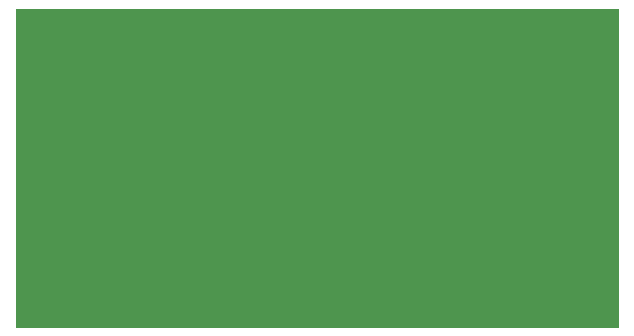
<source format=gbr>
%TF.GenerationSoftware,KiCad,Pcbnew,5.1.9-73d0e3b20d~88~ubuntu20.04.1*%
%TF.CreationDate,2021-01-30T11:41:37+01:00*%
%TF.ProjectId,mhl21336_pa,6d686c32-3133-4333-965f-70612e6b6963,1*%
%TF.SameCoordinates,Original*%
%TF.FileFunction,Soldermask,Bot*%
%TF.FilePolarity,Negative*%
%FSLAX46Y46*%
G04 Gerber Fmt 4.6, Leading zero omitted, Abs format (unit mm)*
G04 Created by KiCad (PCBNEW 5.1.9-73d0e3b20d~88~ubuntu20.04.1) date 2021-01-30 11:41:37*
%MOMM*%
%LPD*%
G01*
G04 APERTURE LIST*
%ADD10C,0.100000*%
%ADD11O,1.700000X2.000000*%
%ADD12R,4.200000X1.350000*%
%ADD13C,5.600000*%
G04 APERTURE END LIST*
D10*
G36*
X154000000Y-70000000D02*
G01*
X103000000Y-70000000D01*
X103000000Y-43000000D01*
X154000000Y-43000000D01*
X154000000Y-70000000D01*
G37*
X154000000Y-70000000D02*
X103000000Y-70000000D01*
X103000000Y-43000000D01*
X154000000Y-43000000D01*
X154000000Y-70000000D01*
D11*
%TO.C,J3*%
X134250000Y-54250000D03*
G36*
G01*
X130900000Y-55000000D02*
X130900000Y-53500000D01*
G75*
G02*
X131150000Y-53250000I250000J0D01*
G01*
X132350000Y-53250000D01*
G75*
G02*
X132600000Y-53500000I0J-250000D01*
G01*
X132600000Y-55000000D01*
G75*
G02*
X132350000Y-55250000I-250000J0D01*
G01*
X131150000Y-55250000D01*
G75*
G02*
X130900000Y-55000000I0J250000D01*
G01*
G37*
%TD*%
D12*
%TO.C,J2*%
X151300000Y-56675000D03*
X151300000Y-62325000D03*
%TD*%
%TO.C,J1*%
X105750000Y-62325000D03*
X105750000Y-56675000D03*
%TD*%
D13*
%TO.C,H4*%
X144000000Y-66000000D03*
%TD*%
%TO.C,H3*%
X113000000Y-66000000D03*
%TD*%
%TO.C,H2*%
X150000000Y-46500000D03*
%TD*%
%TO.C,H1*%
X107000000Y-46500000D03*
%TD*%
M02*

</source>
